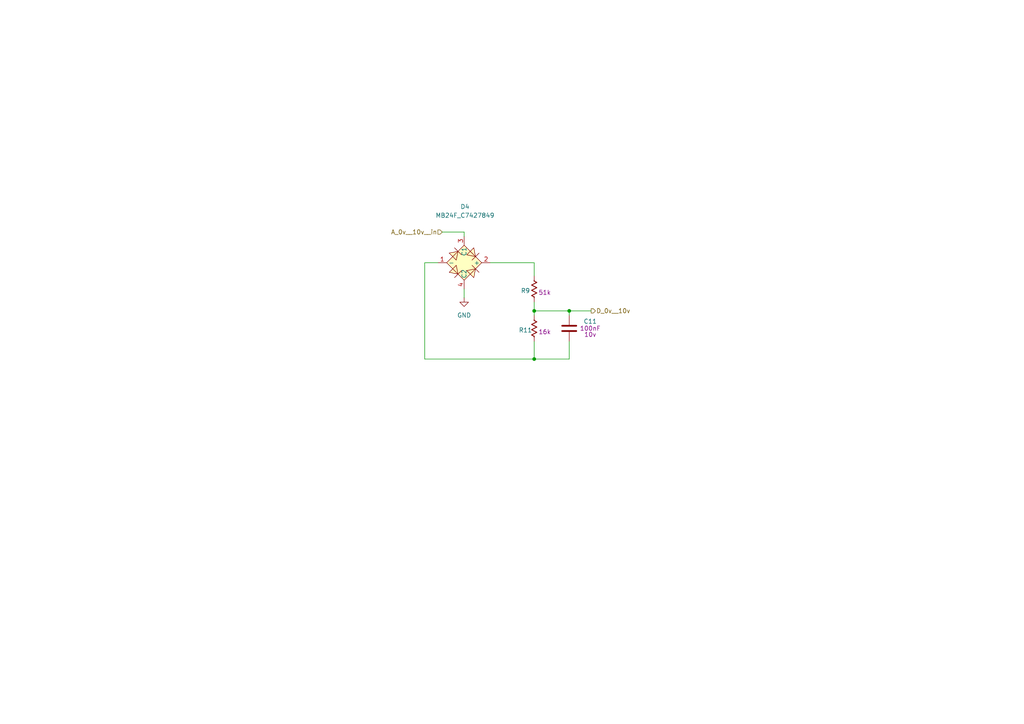
<source format=kicad_sch>
(kicad_sch
	(version 20250114)
	(generator "eeschema")
	(generator_version "9.0")
	(uuid "3a1efb80-e64d-4cb5-8679-278761ce285b")
	(paper "A4")
	(lib_symbols
		(symbol "EDA:MB24F_C7427849"
			(exclude_from_sim no)
			(in_bom yes)
			(on_board yes)
			(property "Reference" "D"
				(at 0 12.7 0)
				(effects
					(font
						(size 1.27 1.27)
					)
				)
			)
			(property "Value" "MB24F_C7427849"
				(at 0 -12.7 0)
				(effects
					(font
						(size 1.27 1.27)
					)
				)
			)
			(property "Footprint" "EasyEDA:MBF-SMD_L4.7-W3.8-P2.50-LS6.8-BL"
				(at 0 -15.24 0)
				(effects
					(font
						(size 1.27 1.27)
					)
					(hide yes)
				)
			)
			(property "Datasheet" ""
				(at 0 0 0)
				(effects
					(font
						(size 1.27 1.27)
					)
					(hide yes)
				)
			)
			(property "Description" ""
				(at 0 0 0)
				(effects
					(font
						(size 1.27 1.27)
					)
					(hide yes)
				)
			)
			(property "LCSC Part" "C7427849"
				(at 0 -17.78 0)
				(effects
					(font
						(size 1.27 1.27)
					)
					(hide yes)
				)
			)
			(symbol "MB24F_C7427849_0_1"
				(polyline
					(pts
						(xy -4.32 2.79) (xy -1.78 3.3) (xy -2.29 0.76) (xy -4.32 2.79)
					)
					(stroke
						(width 0)
						(type default)
					)
					(fill
						(type background)
					)
				)
				(polyline
					(pts
						(xy -2.79 4.32) (xy -0.76 2.29)
					)
					(stroke
						(width 0)
						(type default)
					)
					(fill
						(type none)
					)
				)
				(polyline
					(pts
						(xy -2.29 -0.76) (xy -1.78 -3.3) (xy -4.32 -2.79) (xy -2.29 -0.76)
					)
					(stroke
						(width 0)
						(type default)
					)
					(fill
						(type background)
					)
				)
				(polyline
					(pts
						(xy -0.76 -2.29) (xy -2.79 -4.32)
					)
					(stroke
						(width 0)
						(type default)
					)
					(fill
						(type none)
					)
				)
				(polyline
					(pts
						(xy 0 5.08) (xy -5.08 0) (xy 0 -5.08) (xy 5.08 0) (xy 0 5.08)
					)
					(stroke
						(width 0)
						(type default)
					)
					(fill
						(type background)
					)
				)
				(polyline
					(pts
						(xy 0.76 -2.29) (xy 3.3 -1.78) (xy 2.79 -4.32) (xy 0.76 -2.29)
					)
					(stroke
						(width 0)
						(type default)
					)
					(fill
						(type background)
					)
				)
				(polyline
					(pts
						(xy 2.29 -0.76) (xy 4.32 -2.79)
					)
					(stroke
						(width 0)
						(type default)
					)
					(fill
						(type none)
					)
				)
				(polyline
					(pts
						(xy 2.79 4.32) (xy 3.3 1.78) (xy 0.76 2.29) (xy 2.79 4.32)
					)
					(stroke
						(width 0)
						(type default)
					)
					(fill
						(type background)
					)
				)
				(polyline
					(pts
						(xy 4.32 2.79) (xy 2.29 0.76)
					)
					(stroke
						(width 0)
						(type default)
					)
					(fill
						(type none)
					)
				)
			)
			(symbol "MB24F_C7427849_1_1"
				(pin unspecified line
					(at -7.62 0 0)
					(length 2.54)
					(name "-"
						(effects
							(font
								(size 1.27 1.27)
							)
						)
					)
					(number "1"
						(effects
							(font
								(size 1.27 1.27)
							)
						)
					)
				)
				(pin unspecified line
					(at 0 7.62 270)
					(length 2.54)
					(name "C1"
						(effects
							(font
								(size 1.27 1.27)
							)
						)
					)
					(number "3"
						(effects
							(font
								(size 1.27 1.27)
							)
						)
					)
				)
				(pin unspecified line
					(at 0 -7.62 90)
					(length 2.54)
					(name "C2"
						(effects
							(font
								(size 1.27 1.27)
							)
						)
					)
					(number "4"
						(effects
							(font
								(size 1.27 1.27)
							)
						)
					)
				)
				(pin unspecified line
					(at 7.62 0 180)
					(length 2.54)
					(name "+"
						(effects
							(font
								(size 1.27 1.27)
							)
						)
					)
					(number "2"
						(effects
							(font
								(size 1.27 1.27)
							)
						)
					)
				)
			)
			(embedded_fonts no)
		)
		(symbol "PCM_Capacitor_US_AKL:C_0603"
			(pin_numbers
				(hide yes)
			)
			(pin_names
				(offset 0.254)
			)
			(exclude_from_sim no)
			(in_bom yes)
			(on_board yes)
			(property "Reference" "C"
				(at 0.635 2.54 0)
				(effects
					(font
						(size 1.27 1.27)
					)
					(justify left)
				)
			)
			(property "Value" "C_0603"
				(at 0.635 -2.54 0)
				(effects
					(font
						(size 1.27 1.27)
					)
					(justify left)
				)
			)
			(property "Footprint" "PCM_Capacitor_SMD_AKL:C_0603_1608Metric"
				(at 0.9652 -3.81 0)
				(effects
					(font
						(size 1.27 1.27)
					)
					(hide yes)
				)
			)
			(property "Datasheet" "~"
				(at 0 0 0)
				(effects
					(font
						(size 1.27 1.27)
					)
					(hide yes)
				)
			)
			(property "Description" "SMD 0603 MLCC capacitor, Alternate KiCad Library"
				(at 0 0 0)
				(effects
					(font
						(size 1.27 1.27)
					)
					(hide yes)
				)
			)
			(property "ki_keywords" "cap capacitor ceramic chip mlcc smd 0603"
				(at 0 0 0)
				(effects
					(font
						(size 1.27 1.27)
					)
					(hide yes)
				)
			)
			(property "ki_fp_filters" "C_*"
				(at 0 0 0)
				(effects
					(font
						(size 1.27 1.27)
					)
					(hide yes)
				)
			)
			(symbol "C_0603_0_1"
				(polyline
					(pts
						(xy -2.032 0.762) (xy 2.032 0.762)
					)
					(stroke
						(width 0.508)
						(type default)
					)
					(fill
						(type none)
					)
				)
				(polyline
					(pts
						(xy -2.032 -0.762) (xy 2.032 -0.762)
					)
					(stroke
						(width 0.508)
						(type default)
					)
					(fill
						(type none)
					)
				)
			)
			(symbol "C_0603_0_2"
				(polyline
					(pts
						(xy -2.54 -2.54) (xy -0.381 -0.381)
					)
					(stroke
						(width 0)
						(type default)
					)
					(fill
						(type none)
					)
				)
				(polyline
					(pts
						(xy -0.508 -0.508) (xy -1.651 0.635)
					)
					(stroke
						(width 0.508)
						(type default)
					)
					(fill
						(type none)
					)
				)
				(polyline
					(pts
						(xy -0.508 -0.508) (xy 0.635 -1.651)
					)
					(stroke
						(width 0.508)
						(type default)
					)
					(fill
						(type none)
					)
				)
				(polyline
					(pts
						(xy 0.381 0.381) (xy 2.54 2.54)
					)
					(stroke
						(width 0)
						(type default)
					)
					(fill
						(type none)
					)
				)
				(polyline
					(pts
						(xy 0.508 0.508) (xy -0.635 1.651)
					)
					(stroke
						(width 0.508)
						(type default)
					)
					(fill
						(type none)
					)
				)
				(polyline
					(pts
						(xy 0.508 0.508) (xy 1.651 -0.635)
					)
					(stroke
						(width 0.508)
						(type default)
					)
					(fill
						(type none)
					)
				)
			)
			(symbol "C_0603_1_1"
				(pin passive line
					(at 0 3.81 270)
					(length 2.794)
					(name "~"
						(effects
							(font
								(size 1.27 1.27)
							)
						)
					)
					(number "1"
						(effects
							(font
								(size 1.27 1.27)
							)
						)
					)
				)
				(pin passive line
					(at 0 -3.81 90)
					(length 2.794)
					(name "~"
						(effects
							(font
								(size 1.27 1.27)
							)
						)
					)
					(number "2"
						(effects
							(font
								(size 1.27 1.27)
							)
						)
					)
				)
			)
			(symbol "C_0603_1_2"
				(pin passive line
					(at -2.54 -2.54 90)
					(length 0)
					(name "~"
						(effects
							(font
								(size 1.27 1.27)
							)
						)
					)
					(number "2"
						(effects
							(font
								(size 1.27 1.27)
							)
						)
					)
				)
				(pin passive line
					(at 2.54 2.54 270)
					(length 0)
					(name "~"
						(effects
							(font
								(size 1.27 1.27)
							)
						)
					)
					(number "1"
						(effects
							(font
								(size 1.27 1.27)
							)
						)
					)
				)
			)
			(embedded_fonts no)
		)
		(symbol "PCM_Resistor_US_AKL:R_0603"
			(pin_numbers
				(hide yes)
			)
			(pin_names
				(offset 0)
			)
			(exclude_from_sim no)
			(in_bom yes)
			(on_board yes)
			(property "Reference" "R"
				(at 2.54 1.27 0)
				(effects
					(font
						(size 1.27 1.27)
					)
					(justify left)
				)
			)
			(property "Value" "R_0603"
				(at 2.54 -1.27 0)
				(effects
					(font
						(size 1.27 1.27)
					)
					(justify left)
				)
			)
			(property "Footprint" "PCM_Resistor_SMD_AKL:R_0603_1608Metric"
				(at 0 -11.43 0)
				(effects
					(font
						(size 1.27 1.27)
					)
					(hide yes)
				)
			)
			(property "Datasheet" "~"
				(at 0 0 0)
				(effects
					(font
						(size 1.27 1.27)
					)
					(hide yes)
				)
			)
			(property "Description" "SMD 0603 Chip Resistor, US Symbol, Alternate KiCad Library"
				(at 0 0 0)
				(effects
					(font
						(size 1.27 1.27)
					)
					(hide yes)
				)
			)
			(property "ki_keywords" "R res resistor us SMD 0603"
				(at 0 0 0)
				(effects
					(font
						(size 1.27 1.27)
					)
					(hide yes)
				)
			)
			(property "ki_fp_filters" "R_*"
				(at 0 0 0)
				(effects
					(font
						(size 1.27 1.27)
					)
					(hide yes)
				)
			)
			(symbol "R_0603_0_1"
				(polyline
					(pts
						(xy 0 2.286) (xy 0 2.54)
					)
					(stroke
						(width 0.254)
						(type default)
					)
					(fill
						(type none)
					)
				)
				(polyline
					(pts
						(xy 0 2.286) (xy 0.762 1.905) (xy -0.762 1.143) (xy 0 0.762) (xy 0.762 0.381) (xy 0 0) (xy -0.762 -0.381)
						(xy 0 -0.762) (xy 0.762 -1.143) (xy 0 -1.524) (xy -0.762 -1.905) (xy 0 -2.286)
					)
					(stroke
						(width 0.254)
						(type default)
					)
					(fill
						(type none)
					)
				)
				(polyline
					(pts
						(xy 0 -2.286) (xy 0 -2.54)
					)
					(stroke
						(width 0.254)
						(type default)
					)
					(fill
						(type none)
					)
				)
			)
			(symbol "R_0603_0_2"
				(polyline
					(pts
						(xy -2.54 -2.54) (xy -1.778 -1.778)
					)
					(stroke
						(width 0)
						(type default)
					)
					(fill
						(type none)
					)
				)
				(polyline
					(pts
						(xy -1.778 -1.778) (xy -1.524 -1.524)
					)
					(stroke
						(width 0.254)
						(type default)
					)
					(fill
						(type none)
					)
				)
				(polyline
					(pts
						(xy -1.524 -1.524) (xy -1.778 -0.762) (xy -1.016 -1.016)
					)
					(stroke
						(width 0.254)
						(type default)
					)
					(fill
						(type none)
					)
				)
				(polyline
					(pts
						(xy -0.508 -0.508) (xy -0.762 0.254) (xy 0 0)
					)
					(stroke
						(width 0.254)
						(type default)
					)
					(fill
						(type none)
					)
				)
				(polyline
					(pts
						(xy -0.508 -0.508) (xy -0.254 -1.27) (xy -1.016 -1.016)
					)
					(stroke
						(width 0.254)
						(type default)
					)
					(fill
						(type none)
					)
				)
				(polyline
					(pts
						(xy 0.508 0.508) (xy 0.254 1.27) (xy 1.016 1.016)
					)
					(stroke
						(width 0.254)
						(type default)
					)
					(fill
						(type none)
					)
				)
				(polyline
					(pts
						(xy 0.508 0.508) (xy 0.762 -0.254) (xy 0 0)
					)
					(stroke
						(width 0.254)
						(type default)
					)
					(fill
						(type none)
					)
				)
				(polyline
					(pts
						(xy 1.524 1.524) (xy 1.778 0.762) (xy 1.016 1.016)
					)
					(stroke
						(width 0.254)
						(type default)
					)
					(fill
						(type none)
					)
				)
				(polyline
					(pts
						(xy 1.778 1.778) (xy 1.524 1.524)
					)
					(stroke
						(width 0.254)
						(type default)
					)
					(fill
						(type none)
					)
				)
				(polyline
					(pts
						(xy 1.778 1.778) (xy 2.54 2.54)
					)
					(stroke
						(width 0)
						(type default)
					)
					(fill
						(type none)
					)
				)
			)
			(symbol "R_0603_1_1"
				(pin passive line
					(at 0 3.81 270)
					(length 1.27)
					(name "~"
						(effects
							(font
								(size 1.27 1.27)
							)
						)
					)
					(number "1"
						(effects
							(font
								(size 1.27 1.27)
							)
						)
					)
				)
				(pin passive line
					(at 0 -3.81 90)
					(length 1.27)
					(name "~"
						(effects
							(font
								(size 1.27 1.27)
							)
						)
					)
					(number "2"
						(effects
							(font
								(size 1.27 1.27)
							)
						)
					)
				)
			)
			(symbol "R_0603_1_2"
				(pin passive line
					(at -2.54 -2.54 0)
					(length 0)
					(name ""
						(effects
							(font
								(size 1.27 1.27)
							)
						)
					)
					(number "2"
						(effects
							(font
								(size 1.27 1.27)
							)
						)
					)
				)
				(pin passive line
					(at 2.54 2.54 180)
					(length 0)
					(name ""
						(effects
							(font
								(size 1.27 1.27)
							)
						)
					)
					(number "1"
						(effects
							(font
								(size 1.27 1.27)
							)
						)
					)
				)
			)
			(embedded_fonts no)
		)
		(symbol "power:GND"
			(power)
			(pin_numbers
				(hide yes)
			)
			(pin_names
				(offset 0)
				(hide yes)
			)
			(exclude_from_sim no)
			(in_bom yes)
			(on_board yes)
			(property "Reference" "#PWR"
				(at 0 -6.35 0)
				(effects
					(font
						(size 1.27 1.27)
					)
					(hide yes)
				)
			)
			(property "Value" "GND"
				(at 0 -3.81 0)
				(effects
					(font
						(size 1.27 1.27)
					)
				)
			)
			(property "Footprint" ""
				(at 0 0 0)
				(effects
					(font
						(size 1.27 1.27)
					)
					(hide yes)
				)
			)
			(property "Datasheet" ""
				(at 0 0 0)
				(effects
					(font
						(size 1.27 1.27)
					)
					(hide yes)
				)
			)
			(property "Description" "Power symbol creates a global label with name \"GND\" , ground"
				(at 0 0 0)
				(effects
					(font
						(size 1.27 1.27)
					)
					(hide yes)
				)
			)
			(property "ki_keywords" "global power"
				(at 0 0 0)
				(effects
					(font
						(size 1.27 1.27)
					)
					(hide yes)
				)
			)
			(symbol "GND_0_1"
				(polyline
					(pts
						(xy 0 0) (xy 0 -1.27) (xy 1.27 -1.27) (xy 0 -2.54) (xy -1.27 -1.27) (xy 0 -1.27)
					)
					(stroke
						(width 0)
						(type default)
					)
					(fill
						(type none)
					)
				)
			)
			(symbol "GND_1_1"
				(pin power_in line
					(at 0 0 270)
					(length 0)
					(name "~"
						(effects
							(font
								(size 1.27 1.27)
							)
						)
					)
					(number "1"
						(effects
							(font
								(size 1.27 1.27)
							)
						)
					)
				)
			)
			(embedded_fonts no)
		)
	)
	(junction
		(at 154.94 104.14)
		(diameter 0)
		(color 0 0 0 0)
		(uuid "34c1653c-2423-413b-817c-f6536452815e")
	)
	(junction
		(at 154.94 90.17)
		(diameter 0)
		(color 0 0 0 0)
		(uuid "82fe1db4-6777-414f-9b94-657f3b79c468")
	)
	(junction
		(at 165.1 90.17)
		(diameter 0)
		(color 0 0 0 0)
		(uuid "bea795ca-7295-4715-980e-11eebc546c4a")
	)
	(wire
		(pts
			(xy 165.1 90.17) (xy 171.45 90.17)
		)
		(stroke
			(width 0)
			(type default)
		)
		(uuid "05a75c74-ffef-45f3-8c67-c6f6f2319128")
	)
	(wire
		(pts
			(xy 128.27 67.31) (xy 134.62 67.31)
		)
		(stroke
			(width 0)
			(type default)
		)
		(uuid "0901e868-b72b-491a-a43f-fc2cf704e0e1")
	)
	(wire
		(pts
			(xy 154.94 87.63) (xy 154.94 90.17)
		)
		(stroke
			(width 0)
			(type default)
		)
		(uuid "0c76682b-e8b8-4aba-a8ec-cd35cce38fb6")
	)
	(wire
		(pts
			(xy 123.19 76.2) (xy 123.19 104.14)
		)
		(stroke
			(width 0)
			(type default)
		)
		(uuid "192cb49f-9aed-4d75-8a11-9c65c66fd294")
	)
	(wire
		(pts
			(xy 165.1 99.06) (xy 165.1 104.14)
		)
		(stroke
			(width 0)
			(type default)
		)
		(uuid "25f75079-8935-4a1e-b09a-dd9d70d05553")
	)
	(wire
		(pts
			(xy 134.62 67.31) (xy 134.62 68.58)
		)
		(stroke
			(width 0)
			(type default)
		)
		(uuid "331b8a71-4789-47f7-8ddd-504032cfe086")
	)
	(wire
		(pts
			(xy 154.94 104.14) (xy 154.94 99.06)
		)
		(stroke
			(width 0)
			(type default)
		)
		(uuid "3a117249-f2a4-43d5-93f0-619e5cea82b4")
	)
	(wire
		(pts
			(xy 127 76.2) (xy 123.19 76.2)
		)
		(stroke
			(width 0)
			(type default)
		)
		(uuid "3bdf923e-aaec-4d15-9746-2994c204f0e9")
	)
	(wire
		(pts
			(xy 154.94 80.01) (xy 154.94 76.2)
		)
		(stroke
			(width 0)
			(type default)
		)
		(uuid "4aa446f6-5243-47f1-b483-ded4808388c2")
	)
	(wire
		(pts
			(xy 154.94 90.17) (xy 154.94 91.44)
		)
		(stroke
			(width 0)
			(type default)
		)
		(uuid "60bb6f4f-ab53-42f6-9041-82eb924dc7c8")
	)
	(wire
		(pts
			(xy 165.1 104.14) (xy 154.94 104.14)
		)
		(stroke
			(width 0)
			(type default)
		)
		(uuid "6c2743d2-8674-4903-b901-57c4375681ea")
	)
	(wire
		(pts
			(xy 134.62 83.82) (xy 134.62 86.36)
		)
		(stroke
			(width 0)
			(type default)
		)
		(uuid "6edc6ff3-f8d5-43e7-953a-9042e4686e0e")
	)
	(wire
		(pts
			(xy 154.94 90.17) (xy 165.1 90.17)
		)
		(stroke
			(width 0)
			(type default)
		)
		(uuid "95de4c53-d1ca-4e43-9076-5b66c3dd3bdf")
	)
	(wire
		(pts
			(xy 123.19 104.14) (xy 154.94 104.14)
		)
		(stroke
			(width 0)
			(type default)
		)
		(uuid "c26b3b63-52df-412d-8971-b65d7a3e658f")
	)
	(wire
		(pts
			(xy 165.1 90.17) (xy 165.1 91.44)
		)
		(stroke
			(width 0)
			(type default)
		)
		(uuid "ef9700cb-2bf3-4fb9-91f7-04abf7bb0d89")
	)
	(wire
		(pts
			(xy 154.94 76.2) (xy 142.24 76.2)
		)
		(stroke
			(width 0)
			(type default)
		)
		(uuid "fcde64e7-6a2a-4f9c-9589-46c549bd33fe")
	)
	(hierarchical_label "A_0v__10v__in"
		(shape input)
		(at 128.27 67.31 180)
		(effects
			(font
				(size 1.27 1.27)
			)
			(justify right)
		)
		(uuid "8eaf2570-5eb9-4007-9269-cb0ddafaea40")
	)
	(hierarchical_label "D_0v__10v"
		(shape output)
		(at 171.45 90.17 0)
		(effects
			(font
				(size 1.27 1.27)
			)
			(justify left)
		)
		(uuid "9e64dacc-58a0-4eba-9c36-d8894d6aba83")
	)
	(symbol
		(lib_id "PCM_Resistor_US_AKL:R_0603")
		(at 154.94 83.82 0)
		(unit 1)
		(exclude_from_sim no)
		(in_bom yes)
		(on_board yes)
		(dnp no)
		(uuid "03266305-3117-4290-ba9a-f41a9dc726a1")
		(property "Reference" "R9"
			(at 152.4 84.328 0)
			(effects
				(font
					(size 1.27 1.27)
				)
			)
		)
		(property "Value" "R_0603"
			(at 147.574 83.82 90)
			(effects
				(font
					(size 1.27 1.27)
				)
				(hide yes)
			)
		)
		(property "Footprint" "PCM_Resistor_SMD_AKL:R_0603_1608Metric"
			(at 154.94 95.25 0)
			(effects
				(font
					(size 1.27 1.27)
				)
				(hide yes)
			)
		)
		(property "Datasheet" "~"
			(at 154.94 83.82 0)
			(effects
				(font
					(size 1.27 1.27)
				)
				(hide yes)
			)
		)
		(property "Description" "SMD 0603 Chip Resistor, US Symbol, Alternate KiCad Library"
			(at 154.94 83.82 0)
			(effects
				(font
					(size 1.27 1.27)
				)
				(hide yes)
			)
		)
		(property "Part Number" ""
			(at 154.94 83.82 0)
			(effects
				(font
					(size 1.27 1.27)
				)
				(hide yes)
			)
		)
		(property "Capacidad" "51k"
			(at 157.988 84.836 0)
			(effects
				(font
					(size 1.27 1.27)
				)
			)
		)
		(pin "1"
			(uuid "939047c6-4992-4a32-979b-398addb17d0c")
		)
		(pin "2"
			(uuid "7cdd052e-1979-4bdf-ac3e-ebf0ee34220f")
		)
		(instances
			(project "Nivara Controls"
				(path "/42622735-4343-4315-af64-a45701a752b6/711b914f-41ac-411e-bef3-8ade05c9a19b/052994b8-ae64-4dbc-9745-12b0d0d230e0"
					(reference "R9")
					(unit 1)
				)
			)
		)
	)
	(symbol
		(lib_id "PCM_Resistor_US_AKL:R_0603")
		(at 154.94 95.25 0)
		(unit 1)
		(exclude_from_sim no)
		(in_bom yes)
		(on_board yes)
		(dnp no)
		(uuid "21e461dd-2195-4811-94ea-2d42536537dc")
		(property "Reference" "R11"
			(at 152.4 95.758 0)
			(effects
				(font
					(size 1.27 1.27)
				)
			)
		)
		(property "Value" "R_0603"
			(at 147.574 95.25 90)
			(effects
				(font
					(size 1.27 1.27)
				)
				(hide yes)
			)
		)
		(property "Footprint" "PCM_Resistor_SMD_AKL:R_0603_1608Metric"
			(at 154.94 106.68 0)
			(effects
				(font
					(size 1.27 1.27)
				)
				(hide yes)
			)
		)
		(property "Datasheet" "~"
			(at 154.94 95.25 0)
			(effects
				(font
					(size 1.27 1.27)
				)
				(hide yes)
			)
		)
		(property "Description" "SMD 0603 Chip Resistor, US Symbol, Alternate KiCad Library"
			(at 154.94 95.25 0)
			(effects
				(font
					(size 1.27 1.27)
				)
				(hide yes)
			)
		)
		(property "Part Number" ""
			(at 154.94 95.25 0)
			(effects
				(font
					(size 1.27 1.27)
				)
				(hide yes)
			)
		)
		(property "Capacidad" "16k"
			(at 157.988 96.266 0)
			(effects
				(font
					(size 1.27 1.27)
				)
			)
		)
		(pin "1"
			(uuid "8279fcd8-14f5-4ba4-b7ec-4eebbc0e97a2")
		)
		(pin "2"
			(uuid "bef0e348-2832-4dca-bc32-f12357112998")
		)
		(instances
			(project "Nivara Controls"
				(path "/42622735-4343-4315-af64-a45701a752b6/711b914f-41ac-411e-bef3-8ade05c9a19b/052994b8-ae64-4dbc-9745-12b0d0d230e0"
					(reference "R11")
					(unit 1)
				)
			)
		)
	)
	(symbol
		(lib_id "PCM_Capacitor_US_AKL:C_0603")
		(at 165.1 95.25 180)
		(unit 1)
		(exclude_from_sim no)
		(in_bom yes)
		(on_board yes)
		(dnp no)
		(uuid "3e7086f5-be12-452e-a430-068048c24128")
		(property "Reference" "C11"
			(at 171.196 93.218 0)
			(effects
				(font
					(size 1.27 1.27)
				)
			)
		)
		(property "Value" "C_0603"
			(at 171.45 94.996 90)
			(effects
				(font
					(size 1.27 1.27)
				)
				(hide yes)
			)
		)
		(property "Footprint" "PCM_Capacitor_SMD_AKL:C_0603_1608Metric"
			(at 164.1348 91.44 0)
			(effects
				(font
					(size 1.27 1.27)
				)
				(hide yes)
			)
		)
		(property "Datasheet" "~"
			(at 165.1 95.25 0)
			(effects
				(font
					(size 1.27 1.27)
				)
				(hide yes)
			)
		)
		(property "Description" "SMD 0603 MLCC capacitor, Alternate KiCad Library"
			(at 165.1 95.25 0)
			(effects
				(font
					(size 1.27 1.27)
				)
				(hide yes)
			)
		)
		(property "Capacidad" "100nF"
			(at 171.196 95.25 0)
			(effects
				(font
					(size 1.27 1.27)
				)
			)
		)
		(property "Part Number" ""
			(at 165.1 95.25 0)
			(effects
				(font
					(size 1.27 1.27)
				)
			)
		)
		(property "Voltaje" "10v"
			(at 171.196 97.028 0)
			(effects
				(font
					(size 1.27 1.27)
				)
			)
		)
		(pin "1"
			(uuid "7131ae8c-b913-450d-bf4a-eecc2e6f5ac8")
		)
		(pin "2"
			(uuid "c9e55beb-f7db-4d7b-8613-37fd2521deca")
		)
		(instances
			(project "Nivara Controls"
				(path "/42622735-4343-4315-af64-a45701a752b6/711b914f-41ac-411e-bef3-8ade05c9a19b/052994b8-ae64-4dbc-9745-12b0d0d230e0"
					(reference "C11")
					(unit 1)
				)
			)
		)
	)
	(symbol
		(lib_id "power:GND")
		(at 134.62 86.36 0)
		(unit 1)
		(exclude_from_sim no)
		(in_bom yes)
		(on_board yes)
		(dnp no)
		(fields_autoplaced yes)
		(uuid "4e3b63b3-219e-482f-8ad9-999e4a64497e")
		(property "Reference" "#PWR028"
			(at 134.62 92.71 0)
			(effects
				(font
					(size 1.27 1.27)
				)
				(hide yes)
			)
		)
		(property "Value" "GND"
			(at 134.62 91.44 0)
			(effects
				(font
					(size 1.27 1.27)
				)
			)
		)
		(property "Footprint" ""
			(at 134.62 86.36 0)
			(effects
				(font
					(size 1.27 1.27)
				)
				(hide yes)
			)
		)
		(property "Datasheet" ""
			(at 134.62 86.36 0)
			(effects
				(font
					(size 1.27 1.27)
				)
				(hide yes)
			)
		)
		(property "Description" "Power symbol creates a global label with name \"GND\" , ground"
			(at 134.62 86.36 0)
			(effects
				(font
					(size 1.27 1.27)
				)
				(hide yes)
			)
		)
		(pin "1"
			(uuid "dfe15940-33a8-4696-a16f-1d021ce78286")
		)
		(instances
			(project "Nivara Controls"
				(path "/42622735-4343-4315-af64-a45701a752b6/711b914f-41ac-411e-bef3-8ade05c9a19b/052994b8-ae64-4dbc-9745-12b0d0d230e0"
					(reference "#PWR028")
					(unit 1)
				)
			)
		)
	)
	(symbol
		(lib_id "EDA:MB24F_C7427849")
		(at 134.62 76.2 0)
		(unit 1)
		(exclude_from_sim no)
		(in_bom yes)
		(on_board yes)
		(dnp no)
		(uuid "5d06029a-130c-436d-aaf3-c444858c84c8")
		(property "Reference" "D4"
			(at 134.874 59.944 0)
			(effects
				(font
					(size 1.27 1.27)
				)
			)
		)
		(property "Value" "MB24F_C7427849"
			(at 134.874 62.484 0)
			(effects
				(font
					(size 1.27 1.27)
				)
			)
		)
		(property "Footprint" "EastEDA:MBF-SMD_L4.7-W3.8-P2.50-LS6.8-BL"
			(at 134.62 91.44 0)
			(effects
				(font
					(size 1.27 1.27)
				)
				(hide yes)
			)
		)
		(property "Datasheet" ""
			(at 134.62 76.2 0)
			(effects
				(font
					(size 1.27 1.27)
				)
				(hide yes)
			)
		)
		(property "Description" ""
			(at 134.62 76.2 0)
			(effects
				(font
					(size 1.27 1.27)
				)
				(hide yes)
			)
		)
		(property "LCSC Part" "C7427849"
			(at 134.62 93.98 0)
			(effects
				(font
					(size 1.27 1.27)
				)
				(hide yes)
			)
		)
		(pin "1"
			(uuid "065c00cc-9c6c-4e0f-9548-54c27823b10e")
		)
		(pin "3"
			(uuid "0b201925-b553-4515-9bff-a6d6e90f5bc4")
		)
		(pin "4"
			(uuid "8ab9fdf6-b5e2-45d3-a22b-e8f997981f86")
		)
		(pin "2"
			(uuid "1c3bf485-3dc8-4baa-8538-51c170ad669f")
		)
		(instances
			(project "Nivara Controls"
				(path "/42622735-4343-4315-af64-a45701a752b6/711b914f-41ac-411e-bef3-8ade05c9a19b/052994b8-ae64-4dbc-9745-12b0d0d230e0"
					(reference "D4")
					(unit 1)
				)
			)
		)
	)
)

</source>
